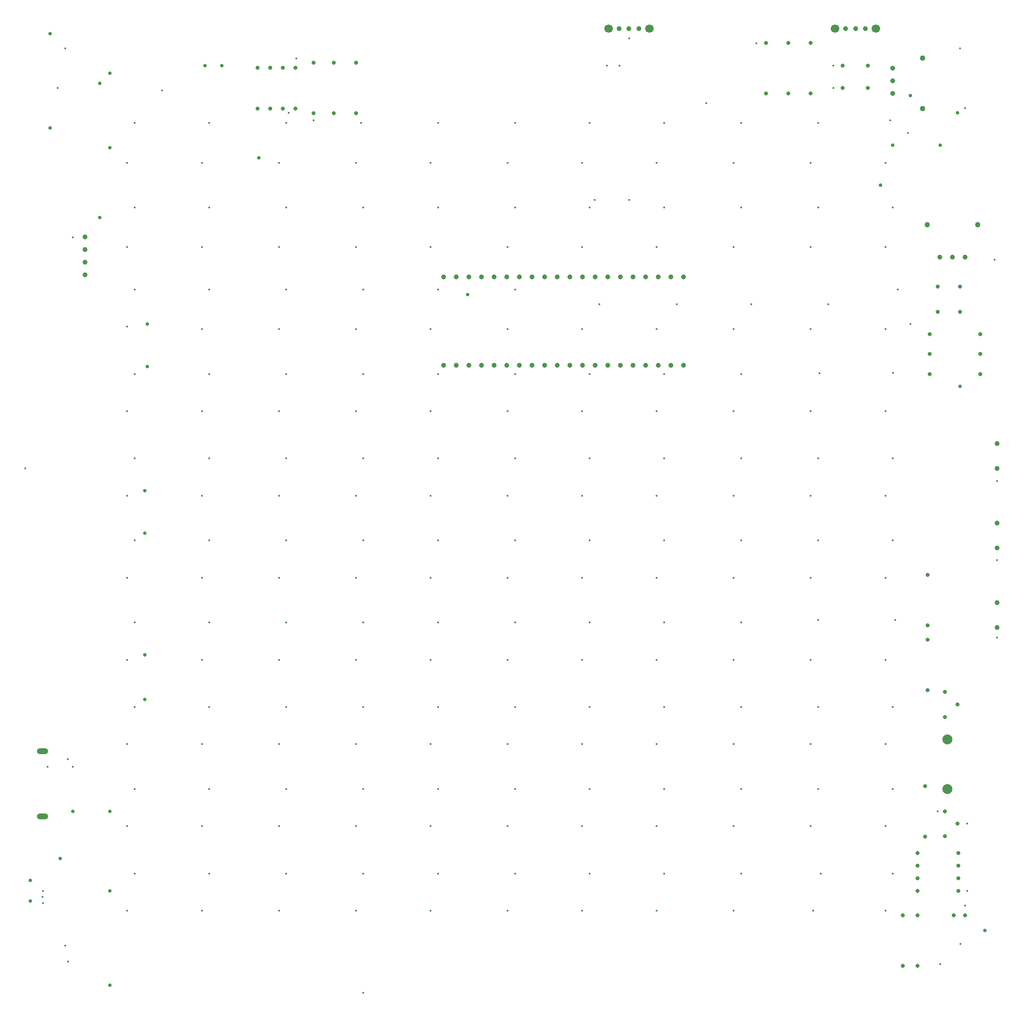
<source format=gbr>
%TF.GenerationSoftware,Altium Limited,Altium Designer,24.5.1 (21)*%
G04 Layer_Color=0*
%FSLAX45Y45*%
%MOMM*%
%TF.SameCoordinates,D7596F51-2DA0-4622-90E6-AC5F46AEA47A*%
%TF.FilePolarity,Positive*%
%TF.FileFunction,Plated,1,2,PTH,Drill*%
%TF.Part,Single*%
G01*
G75*
%TA.AperFunction,ComponentDrill*%
%ADD72C,0.80000*%
%ADD73O,2.30000X1.20000*%
%ADD74C,0.80000*%
%ADD75C,1.00000*%
%ADD76C,1.10000*%
%TA.AperFunction,OtherDrill,Pad Free-2 (43mm,191mm)*%
%ADD77C,0.70000*%
%TA.AperFunction,OtherDrill,Pad Free-1 (39.61mm,191mm)*%
%ADD78C,0.70000*%
%TA.AperFunction,ComponentDrill*%
%ADD79C,1.70000*%
%ADD80C,1.00000*%
%ADD81C,2.00000*%
%ADD82C,1.10000*%
%ADD83C,0.70000*%
%TA.AperFunction,ViaDrill,NotFilled*%
%ADD84C,0.71120*%
%ADD85C,0.40000*%
D72*
X18449992Y3592000D02*
D03*
X18450008Y4608000D02*
D03*
X19150000Y14150000D02*
D03*
Y14658000D02*
D03*
X18699998Y14150000D02*
D03*
Y14658000D02*
D03*
X19025726Y2003956D02*
D03*
X19250726D02*
D03*
X6549992Y18142000D02*
D03*
X6550008Y19158000D02*
D03*
X7000000Y19158000D02*
D03*
Y18142000D02*
D03*
X18500000Y7842000D02*
D03*
Y8858000D02*
D03*
X16150008Y19558000D02*
D03*
X16149992Y18542000D02*
D03*
X15699992D02*
D03*
X15700008Y19558000D02*
D03*
X15249992Y18542000D02*
D03*
X15250008Y19558000D02*
D03*
X19100000Y6250000D02*
D03*
X18850000Y6000000D02*
D03*
Y6500000D02*
D03*
X17999992Y992000D02*
D03*
X18000008Y2008000D02*
D03*
X18299992Y992000D02*
D03*
X18300008Y2008000D02*
D03*
X18499992Y6542000D02*
D03*
X18500008Y7558000D02*
D03*
X19100000Y3850000D02*
D03*
X18850000Y3600000D02*
D03*
Y4100000D02*
D03*
X6150008Y19158000D02*
D03*
X6149992Y18142000D02*
D03*
X5273000Y19060001D02*
D03*
X5527000D02*
D03*
X5019000Y19060001D02*
D03*
X5782000D02*
D03*
X5273000Y18239999D02*
D03*
X5781000Y18239999D02*
D03*
X5527000Y18239999D02*
D03*
X5019000Y18239999D02*
D03*
D73*
X694500Y5312000D02*
D03*
Y3998000D02*
D03*
D74*
X18542000Y12900008D02*
D03*
X19558000Y12899992D02*
D03*
X18300000Y3262000D02*
D03*
Y2754000D02*
D03*
Y2500000D02*
D03*
Y3008000D02*
D03*
X19120000Y2499000D02*
D03*
Y3262000D02*
D03*
Y2754000D02*
D03*
Y3008000D02*
D03*
X17300000Y19100000D02*
D03*
X16792000D02*
D03*
X17300000Y18650000D02*
D03*
X16792000D02*
D03*
X18541998Y13300008D02*
D03*
X19558000Y13299992D02*
D03*
X19557999Y13699992D02*
D03*
X18542000Y13700008D02*
D03*
D75*
X18742000Y15249998D02*
D03*
X18996001Y15250000D02*
D03*
X19250000D02*
D03*
X1550000Y15146001D02*
D03*
Y14892000D02*
D03*
Y15400000D02*
D03*
Y15653999D02*
D03*
X19900000Y9900000D02*
D03*
Y9400000D02*
D03*
Y8300000D02*
D03*
Y7800000D02*
D03*
Y11500000D02*
D03*
Y11000000D02*
D03*
D76*
X18492000Y15900000D02*
D03*
X19508000D02*
D03*
D77*
X4299999Y19100000D02*
D03*
D78*
X3960999D02*
D03*
D79*
X12899998Y19850000D02*
D03*
X12079999D02*
D03*
X17460001D02*
D03*
X16639999D02*
D03*
D80*
X12289999D02*
D03*
X12489999D02*
D03*
X12689999D02*
D03*
X16850000D02*
D03*
X17050000D02*
D03*
X17250000D02*
D03*
X17800000Y18800000D02*
D03*
Y19053999D02*
D03*
Y18546001D02*
D03*
X13077229Y14849657D02*
D03*
X12823230Y14849657D02*
D03*
X12569230Y14849657D02*
D03*
X12315230Y14849657D02*
D03*
X13077998Y13073001D02*
D03*
X12823999Y13073001D02*
D03*
X12570000Y13073001D02*
D03*
X12316000D02*
D03*
X12062000D02*
D03*
X11807999D02*
D03*
X11553999D02*
D03*
X8760000Y14850000D02*
D03*
X9014000D02*
D03*
X9268000D02*
D03*
X9521999D02*
D03*
X9776000Y14850000D02*
D03*
X10030000Y14850000D02*
D03*
X10284000D02*
D03*
X10791999Y14850000D02*
D03*
X8760001Y13073001D02*
D03*
X9013999D02*
D03*
X9267999D02*
D03*
X9776000D02*
D03*
X10284000D02*
D03*
X10538000D02*
D03*
X10791999D02*
D03*
X11046000D02*
D03*
X11299999D02*
D03*
X11554000Y14850000D02*
D03*
X11046000Y14850000D02*
D03*
X11300000Y14850000D02*
D03*
X11807230Y14849657D02*
D03*
X12061230Y14849657D02*
D03*
X10538000Y14850000D02*
D03*
X13585999Y13073001D02*
D03*
X13585229Y14849657D02*
D03*
X13331230D02*
D03*
X9521999Y13073001D02*
D03*
X13332001D02*
D03*
X10030000D02*
D03*
D81*
X18900000Y5550000D02*
D03*
Y4550000D02*
D03*
D82*
X18400000Y19258000D02*
D03*
Y18242000D02*
D03*
D83*
X450000Y2715000D02*
D03*
Y2300000D02*
D03*
D84*
X19650000Y1700000D02*
D03*
X19150000Y12650000D02*
D03*
X9250000Y14500000D02*
D03*
X2750000Y6350000D02*
D03*
Y9700000D02*
D03*
X1050000Y3150000D02*
D03*
X850000Y17850000D02*
D03*
Y19750000D02*
D03*
X5050000Y17250000D02*
D03*
X2800000Y13050000D02*
D03*
Y13900000D02*
D03*
X2750000Y10550000D02*
D03*
Y7250000D02*
D03*
X2050000Y2500000D02*
D03*
Y600000D02*
D03*
X19100000Y18150000D02*
D03*
X1300000Y4100000D02*
D03*
X2050000D02*
D03*
X1850000Y18750000D02*
D03*
Y16050000D02*
D03*
X2050000Y18950000D02*
D03*
Y17450000D02*
D03*
X18150000Y18500000D02*
D03*
X18750000Y17500000D02*
D03*
X17800000D02*
D03*
X17550000Y16700000D02*
D03*
D85*
X692551Y2377500D02*
D03*
X700000Y2500000D02*
D03*
Y2250000D02*
D03*
X19300000Y2500000D02*
D03*
Y3850000D02*
D03*
X18700000Y4100000D02*
D03*
X17650000Y10450000D02*
D03*
X16150000D02*
D03*
X14600000D02*
D03*
X13050000D02*
D03*
X11550000D02*
D03*
X10050000D02*
D03*
X8500000D02*
D03*
X7000000D02*
D03*
X5450000D02*
D03*
X3900000D02*
D03*
X2400000D02*
D03*
X19850000Y15200000D02*
D03*
X350000Y11000000D02*
D03*
X14050000Y18350000D02*
D03*
X3100000Y18600000D02*
D03*
X7150000Y450000D02*
D03*
X19150000Y19450000D02*
D03*
X19250000Y18250000D02*
D03*
X18100000Y17750000D02*
D03*
X17650000Y17150000D02*
D03*
X16150000D02*
D03*
X14600000D02*
D03*
X13050000D02*
D03*
X11550000D02*
D03*
X10050000D02*
D03*
X8500000D02*
D03*
X7000000D02*
D03*
X2400000Y15450000D02*
D03*
X3900000D02*
D03*
X5450000D02*
D03*
X7000000D02*
D03*
X8500000D02*
D03*
X10050000D02*
D03*
X11550000D02*
D03*
X13050000D02*
D03*
X14600000D02*
D03*
X16150000D02*
D03*
X17650000D02*
D03*
X18150000Y13900000D02*
D03*
X17650000Y13800000D02*
D03*
X16150000D02*
D03*
X14600000D02*
D03*
X13050000D02*
D03*
X11550000D02*
D03*
X10050000D02*
D03*
X8500000D02*
D03*
X7000000D02*
D03*
X5450000D02*
D03*
X3900000D02*
D03*
X2400000Y13850000D02*
D03*
Y12150000D02*
D03*
X3900000D02*
D03*
X5450000D02*
D03*
X7000000D02*
D03*
X8500000D02*
D03*
X10050000D02*
D03*
X11550000D02*
D03*
X13050000D02*
D03*
X14600000D02*
D03*
X16150000D02*
D03*
X17650000D02*
D03*
Y8800000D02*
D03*
X16150000D02*
D03*
X14600000D02*
D03*
X13050000D02*
D03*
X11550000D02*
D03*
X10050000D02*
D03*
X8500000D02*
D03*
X7000000D02*
D03*
X5450000D02*
D03*
X3900000D02*
D03*
X2400000D02*
D03*
Y7150000D02*
D03*
X3900000D02*
D03*
X5450000D02*
D03*
X7000000D02*
D03*
X8500000D02*
D03*
X10050000D02*
D03*
X11550000D02*
D03*
X13050000D02*
D03*
X14600000D02*
D03*
X16150000D02*
D03*
X17650000D02*
D03*
Y5450000D02*
D03*
X16150000D02*
D03*
X14600000D02*
D03*
X13050000D02*
D03*
X11550000D02*
D03*
X10050000D02*
D03*
X8500000D02*
D03*
X7000000D02*
D03*
X5450000D02*
D03*
X3900000D02*
D03*
X2400000D02*
D03*
Y3800000D02*
D03*
X3900000D02*
D03*
X5450000D02*
D03*
X7000000D02*
D03*
X8500000D02*
D03*
X10050000D02*
D03*
X11550000D02*
D03*
X13050000D02*
D03*
X14600000D02*
D03*
X16150000D02*
D03*
X17650713Y3801839D02*
D03*
X18750000Y1023575D02*
D03*
X17650000Y2100000D02*
D03*
X16200000D02*
D03*
X14600000D02*
D03*
X13050000D02*
D03*
X11550000D02*
D03*
X10050000D02*
D03*
X8500000D02*
D03*
X7000000D02*
D03*
X5450000D02*
D03*
X3900000D02*
D03*
X2400000D02*
D03*
X1212227Y1077746D02*
D03*
X1150000Y1400000D02*
D03*
X1200000Y5150000D02*
D03*
X1300000Y5000000D02*
D03*
X800000D02*
D03*
X19162451Y1430729D02*
D03*
X19250000Y2200000D02*
D03*
X17800000Y2850000D02*
D03*
X16350000D02*
D03*
X14750000D02*
D03*
X13200000D02*
D03*
X11700000D02*
D03*
X10200000D02*
D03*
X8650000D02*
D03*
X7150000D02*
D03*
X5600000D02*
D03*
X4050000D02*
D03*
X2550000D02*
D03*
Y4550000D02*
D03*
X4050000D02*
D03*
X5600000D02*
D03*
X7150000D02*
D03*
X8650000D02*
D03*
X10200000D02*
D03*
X11700000D02*
D03*
X13200000D02*
D03*
X14750000D02*
D03*
X16300000D02*
D03*
X17800000D02*
D03*
Y6200000D02*
D03*
X16300000D02*
D03*
X14750000D02*
D03*
X13200000D02*
D03*
X11700000D02*
D03*
X10200000D02*
D03*
X8650000D02*
D03*
X7150000D02*
D03*
X5600000D02*
D03*
X4050000D02*
D03*
X2550000D02*
D03*
X17850000Y7950000D02*
D03*
X16300000D02*
D03*
X14750000Y7900000D02*
D03*
X13200000D02*
D03*
X11700000D02*
D03*
X10200000D02*
D03*
X8650000D02*
D03*
X7150000D02*
D03*
X5600000D02*
D03*
X4050000D02*
D03*
X2550000D02*
D03*
Y9550000D02*
D03*
X4050000D02*
D03*
X5600000D02*
D03*
X7150000D02*
D03*
X8650000D02*
D03*
X10200000D02*
D03*
X11700000D02*
D03*
X13200000D02*
D03*
X14750000D02*
D03*
X16300000D02*
D03*
X17800000D02*
D03*
Y11200000D02*
D03*
X16300000D02*
D03*
X14750000D02*
D03*
X13200000D02*
D03*
X11700000D02*
D03*
X10200000D02*
D03*
X8650000D02*
D03*
X7150000D02*
D03*
X5600000D02*
D03*
X4050000D02*
D03*
X2550000D02*
D03*
Y12900000D02*
D03*
X4050000D02*
D03*
X5600000D02*
D03*
X7150000D02*
D03*
X8650000D02*
D03*
X10200000D02*
D03*
X11700000D02*
D03*
X13200000D02*
D03*
X14750000D02*
D03*
X16322887Y12917149D02*
D03*
X17809680Y12922888D02*
D03*
X17900000Y14600000D02*
D03*
X16500000Y14300000D02*
D03*
X14950000D02*
D03*
X11900000D02*
D03*
X10200000Y14600000D02*
D03*
X8650000D02*
D03*
X7150000D02*
D03*
X5600000D02*
D03*
X4050000D02*
D03*
X2550000D02*
D03*
Y16250000D02*
D03*
X4050000D02*
D03*
X5600000D02*
D03*
X7150000D02*
D03*
X8650672Y16246658D02*
D03*
X10200000Y16250000D02*
D03*
X11700000D02*
D03*
X11800000Y16400000D02*
D03*
X12500000D02*
D03*
X13200000Y16250000D02*
D03*
X14750000D02*
D03*
X16300000D02*
D03*
X17800000D02*
D03*
X17750000Y18000000D02*
D03*
X16300000Y17950000D02*
D03*
X14750000D02*
D03*
X13200000D02*
D03*
X11700000D02*
D03*
X10200000D02*
D03*
X8650000D02*
D03*
X7100000D02*
D03*
X5600000D02*
D03*
X4050000D02*
D03*
X2550000D02*
D03*
X5450000Y17150000D02*
D03*
X3900000D02*
D03*
X2400000D02*
D03*
X1000000Y18650000D02*
D03*
X1150000Y19450000D02*
D03*
X12300000Y19100000D02*
D03*
X13450000Y14300000D02*
D03*
X19900000Y7600000D02*
D03*
Y9150000D02*
D03*
Y10750000D02*
D03*
X12050000Y19100000D02*
D03*
X16600000Y18650000D02*
D03*
X15050000Y19550000D02*
D03*
X16600000Y19100000D02*
D03*
X12500000Y19650000D02*
D03*
X1300000Y15650000D02*
D03*
X5800000Y19250000D02*
D03*
X5650000Y18150000D02*
D03*
X6150000Y18000000D02*
D03*
%TF.MD5,f82cb2d4b21d48fa5d1fd9dc7f7ee858*%
M02*

</source>
